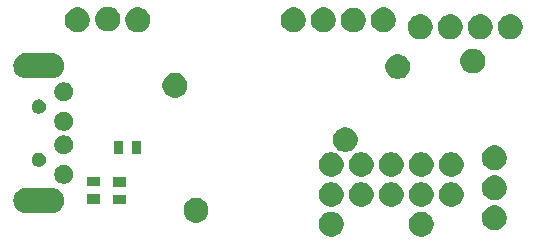
<source format=gbr>
G04 #@! TF.GenerationSoftware,KiCad,Pcbnew,(5.1.5-0-10_14)*
G04 #@! TF.CreationDate,2021-12-27T21:36:10+00:00*
G04 #@! TF.ProjectId,receiver,72656365-6976-4657-922e-6b696361645f,rev?*
G04 #@! TF.SameCoordinates,Original*
G04 #@! TF.FileFunction,Soldermask,Bot*
G04 #@! TF.FilePolarity,Negative*
%FSLAX46Y46*%
G04 Gerber Fmt 4.6, Leading zero omitted, Abs format (unit mm)*
G04 Created by KiCad (PCBNEW (5.1.5-0-10_14)) date 2021-12-27 21:36:10*
%MOMM*%
%LPD*%
G04 APERTURE LIST*
%ADD10C,0.100000*%
G04 APERTURE END LIST*
D10*
G36*
X65486564Y-185709389D02*
G01*
X65653693Y-185778616D01*
X65677835Y-185788616D01*
X65849973Y-185903635D01*
X65996365Y-186050027D01*
X66104704Y-186212167D01*
X66111385Y-186222167D01*
X66190611Y-186413436D01*
X66231000Y-186616484D01*
X66231000Y-186823516D01*
X66190611Y-187026564D01*
X66121832Y-187192611D01*
X66111384Y-187217835D01*
X65996365Y-187389973D01*
X65849973Y-187536365D01*
X65677835Y-187651384D01*
X65677834Y-187651385D01*
X65677833Y-187651385D01*
X65486564Y-187730611D01*
X65283516Y-187771000D01*
X65076484Y-187771000D01*
X64873436Y-187730611D01*
X64682167Y-187651385D01*
X64682166Y-187651385D01*
X64682165Y-187651384D01*
X64510027Y-187536365D01*
X64363635Y-187389973D01*
X64248616Y-187217835D01*
X64238168Y-187192611D01*
X64169389Y-187026564D01*
X64129000Y-186823516D01*
X64129000Y-186616484D01*
X64169389Y-186413436D01*
X64248615Y-186222167D01*
X64255297Y-186212167D01*
X64363635Y-186050027D01*
X64510027Y-185903635D01*
X64682165Y-185788616D01*
X64706307Y-185778616D01*
X64873436Y-185709389D01*
X65076484Y-185669000D01*
X65283516Y-185669000D01*
X65486564Y-185709389D01*
G37*
G36*
X57856564Y-185699389D02*
G01*
X57981164Y-185751000D01*
X58047835Y-185778616D01*
X58219973Y-185893635D01*
X58366365Y-186040027D01*
X58473238Y-186199973D01*
X58481385Y-186212167D01*
X58560611Y-186403436D01*
X58601000Y-186606484D01*
X58601000Y-186813516D01*
X58560611Y-187016564D01*
X58487690Y-187192611D01*
X58481384Y-187207835D01*
X58366365Y-187379973D01*
X58219973Y-187526365D01*
X58047835Y-187641384D01*
X58047834Y-187641385D01*
X58047833Y-187641385D01*
X57856564Y-187720611D01*
X57653516Y-187761000D01*
X57446484Y-187761000D01*
X57243436Y-187720611D01*
X57052167Y-187641385D01*
X57052166Y-187641385D01*
X57052165Y-187641384D01*
X56880027Y-187526365D01*
X56733635Y-187379973D01*
X56618616Y-187207835D01*
X56612310Y-187192611D01*
X56539389Y-187016564D01*
X56499000Y-186813516D01*
X56499000Y-186606484D01*
X56539389Y-186403436D01*
X56618615Y-186212167D01*
X56626763Y-186199973D01*
X56733635Y-186040027D01*
X56880027Y-185893635D01*
X57052165Y-185778616D01*
X57118836Y-185751000D01*
X57243436Y-185699389D01*
X57446484Y-185659000D01*
X57653516Y-185659000D01*
X57856564Y-185699389D01*
G37*
G36*
X71680564Y-185171389D02*
G01*
X71871833Y-185250615D01*
X71871835Y-185250616D01*
X72043973Y-185365635D01*
X72190365Y-185512027D01*
X72299725Y-185675695D01*
X72305385Y-185684167D01*
X72384611Y-185875436D01*
X72425000Y-186078484D01*
X72425000Y-186285516D01*
X72384611Y-186488564D01*
X72335767Y-186606484D01*
X72305384Y-186679835D01*
X72190365Y-186851973D01*
X72043973Y-186998365D01*
X71871835Y-187113384D01*
X71871834Y-187113385D01*
X71871833Y-187113385D01*
X71680564Y-187192611D01*
X71477516Y-187233000D01*
X71270484Y-187233000D01*
X71067436Y-187192611D01*
X70876167Y-187113385D01*
X70876166Y-187113385D01*
X70876165Y-187113384D01*
X70704027Y-186998365D01*
X70557635Y-186851973D01*
X70442616Y-186679835D01*
X70412233Y-186606484D01*
X70363389Y-186488564D01*
X70323000Y-186285516D01*
X70323000Y-186078484D01*
X70363389Y-185875436D01*
X70442615Y-185684167D01*
X70448276Y-185675695D01*
X70557635Y-185512027D01*
X70704027Y-185365635D01*
X70876165Y-185250616D01*
X70876167Y-185250615D01*
X71067436Y-185171389D01*
X71270484Y-185131000D01*
X71477516Y-185131000D01*
X71680564Y-185171389D01*
G37*
G36*
X46406564Y-184519389D02*
G01*
X46597833Y-184598615D01*
X46597835Y-184598616D01*
X46769973Y-184713635D01*
X46916365Y-184860027D01*
X47020827Y-185016365D01*
X47031385Y-185032167D01*
X47110611Y-185223436D01*
X47151000Y-185426484D01*
X47151000Y-185633516D01*
X47110611Y-185836564D01*
X47086971Y-185893635D01*
X47031384Y-186027835D01*
X46916365Y-186199973D01*
X46769973Y-186346365D01*
X46597835Y-186461384D01*
X46597834Y-186461385D01*
X46597833Y-186461385D01*
X46406564Y-186540611D01*
X46203516Y-186581000D01*
X45996484Y-186581000D01*
X45793436Y-186540611D01*
X45602167Y-186461385D01*
X45602166Y-186461385D01*
X45602165Y-186461384D01*
X45430027Y-186346365D01*
X45283635Y-186199973D01*
X45168616Y-186027835D01*
X45113029Y-185893635D01*
X45089389Y-185836564D01*
X45049000Y-185633516D01*
X45049000Y-185426484D01*
X45089389Y-185223436D01*
X45168615Y-185032167D01*
X45179174Y-185016365D01*
X45283635Y-184860027D01*
X45430027Y-184713635D01*
X45602165Y-184598616D01*
X45602167Y-184598615D01*
X45793436Y-184519389D01*
X45996484Y-184479000D01*
X46203516Y-184479000D01*
X46406564Y-184519389D01*
G37*
G36*
X34003097Y-183654069D02*
G01*
X34106032Y-183664207D01*
X34304146Y-183724305D01*
X34304149Y-183724306D01*
X34400975Y-183776061D01*
X34486729Y-183821897D01*
X34646765Y-183953235D01*
X34778103Y-184113271D01*
X34823926Y-184199000D01*
X34875694Y-184295851D01*
X34875695Y-184295854D01*
X34935793Y-184493968D01*
X34956085Y-184700000D01*
X34935793Y-184906032D01*
X34906984Y-185001000D01*
X34875694Y-185104149D01*
X34861136Y-185131385D01*
X34778103Y-185286729D01*
X34646765Y-185446765D01*
X34486729Y-185578103D01*
X34400975Y-185623939D01*
X34304149Y-185675694D01*
X34304146Y-185675695D01*
X34106032Y-185735793D01*
X34003097Y-185745931D01*
X33951631Y-185751000D01*
X31648369Y-185751000D01*
X31596903Y-185745931D01*
X31493968Y-185735793D01*
X31295854Y-185675695D01*
X31295851Y-185675694D01*
X31199025Y-185623939D01*
X31113271Y-185578103D01*
X30953235Y-185446765D01*
X30821897Y-185286729D01*
X30738864Y-185131385D01*
X30724306Y-185104149D01*
X30693016Y-185001000D01*
X30664207Y-184906032D01*
X30643915Y-184700000D01*
X30664207Y-184493968D01*
X30724305Y-184295854D01*
X30724306Y-184295851D01*
X30776074Y-184199000D01*
X30821897Y-184113271D01*
X30953235Y-183953235D01*
X31113271Y-183821897D01*
X31199025Y-183776061D01*
X31295851Y-183724306D01*
X31295854Y-183724305D01*
X31493968Y-183664207D01*
X31596903Y-183654069D01*
X31648369Y-183649000D01*
X33951631Y-183649000D01*
X34003097Y-183654069D01*
G37*
G36*
X68016564Y-183189389D02*
G01*
X68207833Y-183268615D01*
X68207835Y-183268616D01*
X68307838Y-183335436D01*
X68379973Y-183383635D01*
X68526365Y-183530027D01*
X68641385Y-183702167D01*
X68720611Y-183893436D01*
X68761000Y-184096484D01*
X68761000Y-184303516D01*
X68720611Y-184506564D01*
X68643387Y-184693000D01*
X68641384Y-184697835D01*
X68526365Y-184869973D01*
X68379973Y-185016365D01*
X68207835Y-185131384D01*
X68207834Y-185131385D01*
X68207833Y-185131385D01*
X68016564Y-185210611D01*
X67813516Y-185251000D01*
X67606484Y-185251000D01*
X67403436Y-185210611D01*
X67212167Y-185131385D01*
X67212166Y-185131385D01*
X67212165Y-185131384D01*
X67040027Y-185016365D01*
X66893635Y-184869973D01*
X66778616Y-184697835D01*
X66776613Y-184693000D01*
X66699389Y-184506564D01*
X66659000Y-184303516D01*
X66659000Y-184096484D01*
X66699389Y-183893436D01*
X66778615Y-183702167D01*
X66893635Y-183530027D01*
X67040027Y-183383635D01*
X67112162Y-183335436D01*
X67212165Y-183268616D01*
X67212167Y-183268615D01*
X67403436Y-183189389D01*
X67606484Y-183149000D01*
X67813516Y-183149000D01*
X68016564Y-183189389D01*
G37*
G36*
X65476564Y-183189389D02*
G01*
X65667833Y-183268615D01*
X65667835Y-183268616D01*
X65767838Y-183335436D01*
X65839973Y-183383635D01*
X65986365Y-183530027D01*
X66101385Y-183702167D01*
X66180611Y-183893436D01*
X66221000Y-184096484D01*
X66221000Y-184303516D01*
X66180611Y-184506564D01*
X66103387Y-184693000D01*
X66101384Y-184697835D01*
X65986365Y-184869973D01*
X65839973Y-185016365D01*
X65667835Y-185131384D01*
X65667834Y-185131385D01*
X65667833Y-185131385D01*
X65476564Y-185210611D01*
X65273516Y-185251000D01*
X65066484Y-185251000D01*
X64863436Y-185210611D01*
X64672167Y-185131385D01*
X64672166Y-185131385D01*
X64672165Y-185131384D01*
X64500027Y-185016365D01*
X64353635Y-184869973D01*
X64238616Y-184697835D01*
X64236613Y-184693000D01*
X64159389Y-184506564D01*
X64119000Y-184303516D01*
X64119000Y-184096484D01*
X64159389Y-183893436D01*
X64238615Y-183702167D01*
X64353635Y-183530027D01*
X64500027Y-183383635D01*
X64572162Y-183335436D01*
X64672165Y-183268616D01*
X64672167Y-183268615D01*
X64863436Y-183189389D01*
X65066484Y-183149000D01*
X65273516Y-183149000D01*
X65476564Y-183189389D01*
G37*
G36*
X62936564Y-183189389D02*
G01*
X63127833Y-183268615D01*
X63127835Y-183268616D01*
X63227838Y-183335436D01*
X63299973Y-183383635D01*
X63446365Y-183530027D01*
X63561385Y-183702167D01*
X63640611Y-183893436D01*
X63681000Y-184096484D01*
X63681000Y-184303516D01*
X63640611Y-184506564D01*
X63563387Y-184693000D01*
X63561384Y-184697835D01*
X63446365Y-184869973D01*
X63299973Y-185016365D01*
X63127835Y-185131384D01*
X63127834Y-185131385D01*
X63127833Y-185131385D01*
X62936564Y-185210611D01*
X62733516Y-185251000D01*
X62526484Y-185251000D01*
X62323436Y-185210611D01*
X62132167Y-185131385D01*
X62132166Y-185131385D01*
X62132165Y-185131384D01*
X61960027Y-185016365D01*
X61813635Y-184869973D01*
X61698616Y-184697835D01*
X61696613Y-184693000D01*
X61619389Y-184506564D01*
X61579000Y-184303516D01*
X61579000Y-184096484D01*
X61619389Y-183893436D01*
X61698615Y-183702167D01*
X61813635Y-183530027D01*
X61960027Y-183383635D01*
X62032162Y-183335436D01*
X62132165Y-183268616D01*
X62132167Y-183268615D01*
X62323436Y-183189389D01*
X62526484Y-183149000D01*
X62733516Y-183149000D01*
X62936564Y-183189389D01*
G37*
G36*
X60396564Y-183189389D02*
G01*
X60587833Y-183268615D01*
X60587835Y-183268616D01*
X60687838Y-183335436D01*
X60759973Y-183383635D01*
X60906365Y-183530027D01*
X61021385Y-183702167D01*
X61100611Y-183893436D01*
X61141000Y-184096484D01*
X61141000Y-184303516D01*
X61100611Y-184506564D01*
X61023387Y-184693000D01*
X61021384Y-184697835D01*
X60906365Y-184869973D01*
X60759973Y-185016365D01*
X60587835Y-185131384D01*
X60587834Y-185131385D01*
X60587833Y-185131385D01*
X60396564Y-185210611D01*
X60193516Y-185251000D01*
X59986484Y-185251000D01*
X59783436Y-185210611D01*
X59592167Y-185131385D01*
X59592166Y-185131385D01*
X59592165Y-185131384D01*
X59420027Y-185016365D01*
X59273635Y-184869973D01*
X59158616Y-184697835D01*
X59156613Y-184693000D01*
X59079389Y-184506564D01*
X59039000Y-184303516D01*
X59039000Y-184096484D01*
X59079389Y-183893436D01*
X59158615Y-183702167D01*
X59273635Y-183530027D01*
X59420027Y-183383635D01*
X59492162Y-183335436D01*
X59592165Y-183268616D01*
X59592167Y-183268615D01*
X59783436Y-183189389D01*
X59986484Y-183149000D01*
X60193516Y-183149000D01*
X60396564Y-183189389D01*
G37*
G36*
X57856564Y-183189389D02*
G01*
X58047833Y-183268615D01*
X58047835Y-183268616D01*
X58147838Y-183335436D01*
X58219973Y-183383635D01*
X58366365Y-183530027D01*
X58481385Y-183702167D01*
X58560611Y-183893436D01*
X58601000Y-184096484D01*
X58601000Y-184303516D01*
X58560611Y-184506564D01*
X58483387Y-184693000D01*
X58481384Y-184697835D01*
X58366365Y-184869973D01*
X58219973Y-185016365D01*
X58047835Y-185131384D01*
X58047834Y-185131385D01*
X58047833Y-185131385D01*
X57856564Y-185210611D01*
X57653516Y-185251000D01*
X57446484Y-185251000D01*
X57243436Y-185210611D01*
X57052167Y-185131385D01*
X57052166Y-185131385D01*
X57052165Y-185131384D01*
X56880027Y-185016365D01*
X56733635Y-184869973D01*
X56618616Y-184697835D01*
X56616613Y-184693000D01*
X56539389Y-184506564D01*
X56499000Y-184303516D01*
X56499000Y-184096484D01*
X56539389Y-183893436D01*
X56618615Y-183702167D01*
X56733635Y-183530027D01*
X56880027Y-183383635D01*
X56952162Y-183335436D01*
X57052165Y-183268616D01*
X57052167Y-183268615D01*
X57243436Y-183189389D01*
X57446484Y-183149000D01*
X57653516Y-183149000D01*
X57856564Y-183189389D01*
G37*
G36*
X40175000Y-185035000D02*
G01*
X39073000Y-185035000D01*
X39073000Y-184233000D01*
X40175000Y-184233000D01*
X40175000Y-185035000D01*
G37*
G36*
X38001000Y-185001000D02*
G01*
X36899000Y-185001000D01*
X36899000Y-184199000D01*
X38001000Y-184199000D01*
X38001000Y-185001000D01*
G37*
G36*
X71680564Y-182631389D02*
G01*
X71871833Y-182710615D01*
X71871835Y-182710616D01*
X72043973Y-182825635D01*
X72190365Y-182972027D01*
X72290693Y-183122178D01*
X72305385Y-183144167D01*
X72384611Y-183335436D01*
X72425000Y-183538484D01*
X72425000Y-183745516D01*
X72384611Y-183948564D01*
X72323340Y-184096486D01*
X72305384Y-184139835D01*
X72190365Y-184311973D01*
X72043973Y-184458365D01*
X71871835Y-184573384D01*
X71871834Y-184573385D01*
X71871833Y-184573385D01*
X71680564Y-184652611D01*
X71477516Y-184693000D01*
X71270484Y-184693000D01*
X71067436Y-184652611D01*
X70876167Y-184573385D01*
X70876166Y-184573385D01*
X70876165Y-184573384D01*
X70704027Y-184458365D01*
X70557635Y-184311973D01*
X70442616Y-184139835D01*
X70424660Y-184096486D01*
X70363389Y-183948564D01*
X70323000Y-183745516D01*
X70323000Y-183538484D01*
X70363389Y-183335436D01*
X70442615Y-183144167D01*
X70457308Y-183122178D01*
X70557635Y-182972027D01*
X70704027Y-182825635D01*
X70876165Y-182710616D01*
X70876167Y-182710615D01*
X71067436Y-182631389D01*
X71270484Y-182591000D01*
X71477516Y-182591000D01*
X71680564Y-182631389D01*
G37*
G36*
X40175000Y-183535000D02*
G01*
X39073000Y-183535000D01*
X39073000Y-182733000D01*
X40175000Y-182733000D01*
X40175000Y-183535000D01*
G37*
G36*
X38001000Y-183501000D02*
G01*
X36899000Y-183501000D01*
X36899000Y-182699000D01*
X38001000Y-182699000D01*
X38001000Y-183501000D01*
G37*
G36*
X35133642Y-181729781D02*
G01*
X35279414Y-181790162D01*
X35279416Y-181790163D01*
X35410608Y-181877822D01*
X35522178Y-181989392D01*
X35609837Y-182120584D01*
X35609838Y-182120586D01*
X35670219Y-182266358D01*
X35701000Y-182421107D01*
X35701000Y-182578893D01*
X35670219Y-182733642D01*
X35632114Y-182825635D01*
X35609837Y-182879416D01*
X35522178Y-183010608D01*
X35410608Y-183122178D01*
X35279416Y-183209837D01*
X35279415Y-183209838D01*
X35279414Y-183209838D01*
X35133642Y-183270219D01*
X34978893Y-183301000D01*
X34821107Y-183301000D01*
X34666358Y-183270219D01*
X34520586Y-183209838D01*
X34520585Y-183209838D01*
X34520584Y-183209837D01*
X34389392Y-183122178D01*
X34277822Y-183010608D01*
X34190163Y-182879416D01*
X34167886Y-182825635D01*
X34129781Y-182733642D01*
X34099000Y-182578893D01*
X34099000Y-182421107D01*
X34129781Y-182266358D01*
X34190162Y-182120586D01*
X34190163Y-182120584D01*
X34277822Y-181989392D01*
X34389392Y-181877822D01*
X34520584Y-181790163D01*
X34520586Y-181790162D01*
X34666358Y-181729781D01*
X34821107Y-181699000D01*
X34978893Y-181699000D01*
X35133642Y-181729781D01*
G37*
G36*
X57856564Y-180649389D02*
G01*
X58047833Y-180728615D01*
X58047835Y-180728616D01*
X58147838Y-180795436D01*
X58219973Y-180843635D01*
X58366365Y-180990027D01*
X58481385Y-181162167D01*
X58560611Y-181353436D01*
X58601000Y-181556484D01*
X58601000Y-181763516D01*
X58560611Y-181966564D01*
X58496814Y-182120584D01*
X58481384Y-182157835D01*
X58366365Y-182329973D01*
X58219973Y-182476365D01*
X58047835Y-182591384D01*
X58047834Y-182591385D01*
X58047833Y-182591385D01*
X57856564Y-182670611D01*
X57653516Y-182711000D01*
X57446484Y-182711000D01*
X57243436Y-182670611D01*
X57052167Y-182591385D01*
X57052166Y-182591385D01*
X57052165Y-182591384D01*
X56880027Y-182476365D01*
X56733635Y-182329973D01*
X56618616Y-182157835D01*
X56603186Y-182120584D01*
X56539389Y-181966564D01*
X56499000Y-181763516D01*
X56499000Y-181556484D01*
X56539389Y-181353436D01*
X56618615Y-181162167D01*
X56733635Y-180990027D01*
X56880027Y-180843635D01*
X56952162Y-180795436D01*
X57052165Y-180728616D01*
X57052167Y-180728615D01*
X57243436Y-180649389D01*
X57446484Y-180609000D01*
X57653516Y-180609000D01*
X57856564Y-180649389D01*
G37*
G36*
X60396564Y-180649389D02*
G01*
X60587833Y-180728615D01*
X60587835Y-180728616D01*
X60687838Y-180795436D01*
X60759973Y-180843635D01*
X60906365Y-180990027D01*
X61021385Y-181162167D01*
X61100611Y-181353436D01*
X61141000Y-181556484D01*
X61141000Y-181763516D01*
X61100611Y-181966564D01*
X61036814Y-182120584D01*
X61021384Y-182157835D01*
X60906365Y-182329973D01*
X60759973Y-182476365D01*
X60587835Y-182591384D01*
X60587834Y-182591385D01*
X60587833Y-182591385D01*
X60396564Y-182670611D01*
X60193516Y-182711000D01*
X59986484Y-182711000D01*
X59783436Y-182670611D01*
X59592167Y-182591385D01*
X59592166Y-182591385D01*
X59592165Y-182591384D01*
X59420027Y-182476365D01*
X59273635Y-182329973D01*
X59158616Y-182157835D01*
X59143186Y-182120584D01*
X59079389Y-181966564D01*
X59039000Y-181763516D01*
X59039000Y-181556484D01*
X59079389Y-181353436D01*
X59158615Y-181162167D01*
X59273635Y-180990027D01*
X59420027Y-180843635D01*
X59492162Y-180795436D01*
X59592165Y-180728616D01*
X59592167Y-180728615D01*
X59783436Y-180649389D01*
X59986484Y-180609000D01*
X60193516Y-180609000D01*
X60396564Y-180649389D01*
G37*
G36*
X62936564Y-180649389D02*
G01*
X63127833Y-180728615D01*
X63127835Y-180728616D01*
X63227838Y-180795436D01*
X63299973Y-180843635D01*
X63446365Y-180990027D01*
X63561385Y-181162167D01*
X63640611Y-181353436D01*
X63681000Y-181556484D01*
X63681000Y-181763516D01*
X63640611Y-181966564D01*
X63576814Y-182120584D01*
X63561384Y-182157835D01*
X63446365Y-182329973D01*
X63299973Y-182476365D01*
X63127835Y-182591384D01*
X63127834Y-182591385D01*
X63127833Y-182591385D01*
X62936564Y-182670611D01*
X62733516Y-182711000D01*
X62526484Y-182711000D01*
X62323436Y-182670611D01*
X62132167Y-182591385D01*
X62132166Y-182591385D01*
X62132165Y-182591384D01*
X61960027Y-182476365D01*
X61813635Y-182329973D01*
X61698616Y-182157835D01*
X61683186Y-182120584D01*
X61619389Y-181966564D01*
X61579000Y-181763516D01*
X61579000Y-181556484D01*
X61619389Y-181353436D01*
X61698615Y-181162167D01*
X61813635Y-180990027D01*
X61960027Y-180843635D01*
X62032162Y-180795436D01*
X62132165Y-180728616D01*
X62132167Y-180728615D01*
X62323436Y-180649389D01*
X62526484Y-180609000D01*
X62733516Y-180609000D01*
X62936564Y-180649389D01*
G37*
G36*
X65476564Y-180649389D02*
G01*
X65667833Y-180728615D01*
X65667835Y-180728616D01*
X65767838Y-180795436D01*
X65839973Y-180843635D01*
X65986365Y-180990027D01*
X66101385Y-181162167D01*
X66180611Y-181353436D01*
X66221000Y-181556484D01*
X66221000Y-181763516D01*
X66180611Y-181966564D01*
X66116814Y-182120584D01*
X66101384Y-182157835D01*
X65986365Y-182329973D01*
X65839973Y-182476365D01*
X65667835Y-182591384D01*
X65667834Y-182591385D01*
X65667833Y-182591385D01*
X65476564Y-182670611D01*
X65273516Y-182711000D01*
X65066484Y-182711000D01*
X64863436Y-182670611D01*
X64672167Y-182591385D01*
X64672166Y-182591385D01*
X64672165Y-182591384D01*
X64500027Y-182476365D01*
X64353635Y-182329973D01*
X64238616Y-182157835D01*
X64223186Y-182120584D01*
X64159389Y-181966564D01*
X64119000Y-181763516D01*
X64119000Y-181556484D01*
X64159389Y-181353436D01*
X64238615Y-181162167D01*
X64353635Y-180990027D01*
X64500027Y-180843635D01*
X64572162Y-180795436D01*
X64672165Y-180728616D01*
X64672167Y-180728615D01*
X64863436Y-180649389D01*
X65066484Y-180609000D01*
X65273516Y-180609000D01*
X65476564Y-180649389D01*
G37*
G36*
X68016564Y-180649389D02*
G01*
X68207833Y-180728615D01*
X68207835Y-180728616D01*
X68307838Y-180795436D01*
X68379973Y-180843635D01*
X68526365Y-180990027D01*
X68641385Y-181162167D01*
X68720611Y-181353436D01*
X68761000Y-181556484D01*
X68761000Y-181763516D01*
X68720611Y-181966564D01*
X68656814Y-182120584D01*
X68641384Y-182157835D01*
X68526365Y-182329973D01*
X68379973Y-182476365D01*
X68207835Y-182591384D01*
X68207834Y-182591385D01*
X68207833Y-182591385D01*
X68016564Y-182670611D01*
X67813516Y-182711000D01*
X67606484Y-182711000D01*
X67403436Y-182670611D01*
X67212167Y-182591385D01*
X67212166Y-182591385D01*
X67212165Y-182591384D01*
X67040027Y-182476365D01*
X66893635Y-182329973D01*
X66778616Y-182157835D01*
X66763186Y-182120584D01*
X66699389Y-181966564D01*
X66659000Y-181763516D01*
X66659000Y-181556484D01*
X66699389Y-181353436D01*
X66778615Y-181162167D01*
X66893635Y-180990027D01*
X67040027Y-180843635D01*
X67112162Y-180795436D01*
X67212165Y-180728616D01*
X67212167Y-180728615D01*
X67403436Y-180649389D01*
X67606484Y-180609000D01*
X67813516Y-180609000D01*
X68016564Y-180649389D01*
G37*
G36*
X71680564Y-180091389D02*
G01*
X71871833Y-180170615D01*
X71871835Y-180170616D01*
X72043973Y-180285635D01*
X72190365Y-180432027D01*
X72242871Y-180510607D01*
X72305385Y-180604167D01*
X72384611Y-180795436D01*
X72425000Y-180998484D01*
X72425000Y-181205516D01*
X72384611Y-181408564D01*
X72323340Y-181556486D01*
X72305384Y-181599835D01*
X72190365Y-181771973D01*
X72043973Y-181918365D01*
X71871835Y-182033384D01*
X71871834Y-182033385D01*
X71871833Y-182033385D01*
X71680564Y-182112611D01*
X71477516Y-182153000D01*
X71270484Y-182153000D01*
X71067436Y-182112611D01*
X70876167Y-182033385D01*
X70876166Y-182033385D01*
X70876165Y-182033384D01*
X70704027Y-181918365D01*
X70557635Y-181771973D01*
X70442616Y-181599835D01*
X70424660Y-181556486D01*
X70363389Y-181408564D01*
X70323000Y-181205516D01*
X70323000Y-180998484D01*
X70363389Y-180795436D01*
X70442615Y-180604167D01*
X70505130Y-180510607D01*
X70557635Y-180432027D01*
X70704027Y-180285635D01*
X70876165Y-180170616D01*
X70876167Y-180170615D01*
X71067436Y-180091389D01*
X71270484Y-180051000D01*
X71477516Y-180051000D01*
X71680564Y-180091389D01*
G37*
G36*
X32936601Y-180664397D02*
G01*
X32975305Y-180672096D01*
X33007340Y-180685365D01*
X33084680Y-180717400D01*
X33183115Y-180783173D01*
X33266827Y-180866885D01*
X33332600Y-180965320D01*
X33377904Y-181074696D01*
X33401000Y-181190805D01*
X33401000Y-181309195D01*
X33377904Y-181425304D01*
X33332600Y-181534680D01*
X33266827Y-181633115D01*
X33183115Y-181716827D01*
X33084680Y-181782600D01*
X33007340Y-181814635D01*
X32975305Y-181827904D01*
X32936601Y-181835603D01*
X32859195Y-181851000D01*
X32740805Y-181851000D01*
X32663399Y-181835603D01*
X32624695Y-181827904D01*
X32592660Y-181814635D01*
X32515320Y-181782600D01*
X32416885Y-181716827D01*
X32333173Y-181633115D01*
X32267400Y-181534680D01*
X32222096Y-181425304D01*
X32199000Y-181309195D01*
X32199000Y-181190805D01*
X32222096Y-181074696D01*
X32267400Y-180965320D01*
X32333173Y-180866885D01*
X32416885Y-180783173D01*
X32515320Y-180717400D01*
X32592660Y-180685365D01*
X32624695Y-180672096D01*
X32663399Y-180664397D01*
X32740805Y-180649000D01*
X32859195Y-180649000D01*
X32936601Y-180664397D01*
G37*
G36*
X41451000Y-180801000D02*
G01*
X40649000Y-180801000D01*
X40649000Y-179699000D01*
X41451000Y-179699000D01*
X41451000Y-180801000D01*
G37*
G36*
X39951000Y-180801000D02*
G01*
X39149000Y-180801000D01*
X39149000Y-179699000D01*
X39951000Y-179699000D01*
X39951000Y-180801000D01*
G37*
G36*
X35133642Y-179229781D02*
G01*
X35279414Y-179290162D01*
X35279416Y-179290163D01*
X35410608Y-179377822D01*
X35522178Y-179489392D01*
X35609837Y-179620584D01*
X35609838Y-179620586D01*
X35670219Y-179766358D01*
X35701000Y-179921107D01*
X35701000Y-180078893D01*
X35670219Y-180233642D01*
X35615243Y-180366365D01*
X35609837Y-180379416D01*
X35522178Y-180510608D01*
X35410608Y-180622178D01*
X35279416Y-180709837D01*
X35279415Y-180709838D01*
X35279414Y-180709838D01*
X35133642Y-180770219D01*
X34978893Y-180801000D01*
X34821107Y-180801000D01*
X34666358Y-180770219D01*
X34520586Y-180709838D01*
X34520585Y-180709838D01*
X34520584Y-180709837D01*
X34389392Y-180622178D01*
X34277822Y-180510608D01*
X34190163Y-180379416D01*
X34184757Y-180366365D01*
X34129781Y-180233642D01*
X34099000Y-180078893D01*
X34099000Y-179921107D01*
X34129781Y-179766358D01*
X34190162Y-179620586D01*
X34190163Y-179620584D01*
X34277822Y-179489392D01*
X34389392Y-179377822D01*
X34520584Y-179290163D01*
X34520586Y-179290162D01*
X34666358Y-179229781D01*
X34821107Y-179199000D01*
X34978893Y-179199000D01*
X35133642Y-179229781D01*
G37*
G36*
X59046564Y-178539389D02*
G01*
X59237833Y-178618615D01*
X59237835Y-178618616D01*
X59374357Y-178709837D01*
X59409973Y-178733635D01*
X59556365Y-178880027D01*
X59671385Y-179052167D01*
X59750611Y-179243436D01*
X59791000Y-179446484D01*
X59791000Y-179653516D01*
X59750611Y-179856564D01*
X59723876Y-179921107D01*
X59671384Y-180047835D01*
X59556365Y-180219973D01*
X59409973Y-180366365D01*
X59237835Y-180481384D01*
X59237834Y-180481385D01*
X59237833Y-180481385D01*
X59046564Y-180560611D01*
X58843516Y-180601000D01*
X58636484Y-180601000D01*
X58433436Y-180560611D01*
X58242167Y-180481385D01*
X58242166Y-180481385D01*
X58242165Y-180481384D01*
X58070027Y-180366365D01*
X57923635Y-180219973D01*
X57808616Y-180047835D01*
X57756124Y-179921107D01*
X57729389Y-179856564D01*
X57689000Y-179653516D01*
X57689000Y-179446484D01*
X57729389Y-179243436D01*
X57808615Y-179052167D01*
X57923635Y-178880027D01*
X58070027Y-178733635D01*
X58105643Y-178709837D01*
X58242165Y-178618616D01*
X58242167Y-178618615D01*
X58433436Y-178539389D01*
X58636484Y-178499000D01*
X58843516Y-178499000D01*
X59046564Y-178539389D01*
G37*
G36*
X35133642Y-177229781D02*
G01*
X35279414Y-177290162D01*
X35279416Y-177290163D01*
X35410608Y-177377822D01*
X35522178Y-177489392D01*
X35609837Y-177620584D01*
X35609838Y-177620586D01*
X35670219Y-177766358D01*
X35701000Y-177921107D01*
X35701000Y-178078893D01*
X35670219Y-178233642D01*
X35609838Y-178379414D01*
X35609837Y-178379416D01*
X35522178Y-178510608D01*
X35410608Y-178622178D01*
X35279416Y-178709837D01*
X35279415Y-178709838D01*
X35279414Y-178709838D01*
X35133642Y-178770219D01*
X34978893Y-178801000D01*
X34821107Y-178801000D01*
X34666358Y-178770219D01*
X34520586Y-178709838D01*
X34520585Y-178709838D01*
X34520584Y-178709837D01*
X34389392Y-178622178D01*
X34277822Y-178510608D01*
X34190163Y-178379416D01*
X34190162Y-178379414D01*
X34129781Y-178233642D01*
X34099000Y-178078893D01*
X34099000Y-177921107D01*
X34129781Y-177766358D01*
X34190162Y-177620586D01*
X34190163Y-177620584D01*
X34277822Y-177489392D01*
X34389392Y-177377822D01*
X34520584Y-177290163D01*
X34520586Y-177290162D01*
X34666358Y-177229781D01*
X34821107Y-177199000D01*
X34978893Y-177199000D01*
X35133642Y-177229781D01*
G37*
G36*
X32936601Y-176164397D02*
G01*
X32975305Y-176172096D01*
X33007340Y-176185365D01*
X33084680Y-176217400D01*
X33183115Y-176283173D01*
X33266827Y-176366885D01*
X33332600Y-176465320D01*
X33377904Y-176574696D01*
X33401000Y-176690805D01*
X33401000Y-176809195D01*
X33377904Y-176925304D01*
X33332600Y-177034680D01*
X33266827Y-177133115D01*
X33183115Y-177216827D01*
X33084680Y-177282600D01*
X33007340Y-177314635D01*
X32975305Y-177327904D01*
X32936601Y-177335603D01*
X32859195Y-177351000D01*
X32740805Y-177351000D01*
X32663399Y-177335603D01*
X32624695Y-177327904D01*
X32592660Y-177314635D01*
X32515320Y-177282600D01*
X32416885Y-177216827D01*
X32333173Y-177133115D01*
X32267400Y-177034680D01*
X32222096Y-176925304D01*
X32199000Y-176809195D01*
X32199000Y-176690805D01*
X32222096Y-176574696D01*
X32267400Y-176465320D01*
X32333173Y-176366885D01*
X32416885Y-176283173D01*
X32515320Y-176217400D01*
X32592660Y-176185365D01*
X32624695Y-176172096D01*
X32663399Y-176164397D01*
X32740805Y-176149000D01*
X32859195Y-176149000D01*
X32936601Y-176164397D01*
G37*
G36*
X35133642Y-174729781D02*
G01*
X35279414Y-174790162D01*
X35279416Y-174790163D01*
X35410608Y-174877822D01*
X35522178Y-174989392D01*
X35578386Y-175073514D01*
X35609838Y-175120586D01*
X35670219Y-175266358D01*
X35701000Y-175421107D01*
X35701000Y-175578893D01*
X35670219Y-175733642D01*
X35648380Y-175786365D01*
X35609837Y-175879416D01*
X35522178Y-176010608D01*
X35410608Y-176122178D01*
X35279416Y-176209837D01*
X35279415Y-176209838D01*
X35279414Y-176209838D01*
X35133642Y-176270219D01*
X34978893Y-176301000D01*
X34821107Y-176301000D01*
X34666358Y-176270219D01*
X34520586Y-176209838D01*
X34520585Y-176209838D01*
X34520584Y-176209837D01*
X34389392Y-176122178D01*
X34277822Y-176010608D01*
X34190163Y-175879416D01*
X34151620Y-175786365D01*
X34129781Y-175733642D01*
X34099000Y-175578893D01*
X34099000Y-175421107D01*
X34129781Y-175266358D01*
X34190162Y-175120586D01*
X34221614Y-175073514D01*
X34277822Y-174989392D01*
X34389392Y-174877822D01*
X34520584Y-174790163D01*
X34520586Y-174790162D01*
X34666358Y-174729781D01*
X34821107Y-174699000D01*
X34978893Y-174699000D01*
X35133642Y-174729781D01*
G37*
G36*
X44626564Y-173959389D02*
G01*
X44817833Y-174038615D01*
X44817835Y-174038616D01*
X44989973Y-174153635D01*
X45136365Y-174300027D01*
X45217197Y-174421000D01*
X45251385Y-174472167D01*
X45330611Y-174663436D01*
X45371000Y-174866484D01*
X45371000Y-175073516D01*
X45330611Y-175276564D01*
X45270739Y-175421107D01*
X45251384Y-175467835D01*
X45136365Y-175639973D01*
X44989973Y-175786365D01*
X44817835Y-175901384D01*
X44817834Y-175901385D01*
X44817833Y-175901385D01*
X44626564Y-175980611D01*
X44423516Y-176021000D01*
X44216484Y-176021000D01*
X44013436Y-175980611D01*
X43822167Y-175901385D01*
X43822166Y-175901385D01*
X43822165Y-175901384D01*
X43650027Y-175786365D01*
X43503635Y-175639973D01*
X43388616Y-175467835D01*
X43369261Y-175421107D01*
X43309389Y-175276564D01*
X43269000Y-175073516D01*
X43269000Y-174866484D01*
X43309389Y-174663436D01*
X43388615Y-174472167D01*
X43422804Y-174421000D01*
X43503635Y-174300027D01*
X43650027Y-174153635D01*
X43822165Y-174038616D01*
X43822167Y-174038615D01*
X44013436Y-173959389D01*
X44216484Y-173919000D01*
X44423516Y-173919000D01*
X44626564Y-173959389D01*
G37*
G36*
X63486564Y-172359389D02*
G01*
X63677833Y-172438615D01*
X63677835Y-172438616D01*
X63849973Y-172553635D01*
X63996365Y-172700027D01*
X64060816Y-172796484D01*
X64111385Y-172872167D01*
X64190611Y-173063436D01*
X64231000Y-173266484D01*
X64231000Y-173473516D01*
X64190611Y-173676564D01*
X64126482Y-173831385D01*
X64111384Y-173867835D01*
X63996365Y-174039973D01*
X63849973Y-174186365D01*
X63677835Y-174301384D01*
X63677834Y-174301385D01*
X63677833Y-174301385D01*
X63486564Y-174380611D01*
X63283516Y-174421000D01*
X63076484Y-174421000D01*
X62873436Y-174380611D01*
X62682167Y-174301385D01*
X62682166Y-174301385D01*
X62682165Y-174301384D01*
X62510027Y-174186365D01*
X62363635Y-174039973D01*
X62248616Y-173867835D01*
X62233518Y-173831385D01*
X62169389Y-173676564D01*
X62129000Y-173473516D01*
X62129000Y-173266484D01*
X62169389Y-173063436D01*
X62248615Y-172872167D01*
X62299185Y-172796484D01*
X62363635Y-172700027D01*
X62510027Y-172553635D01*
X62682165Y-172438616D01*
X62682167Y-172438615D01*
X62873436Y-172359389D01*
X63076484Y-172319000D01*
X63283516Y-172319000D01*
X63486564Y-172359389D01*
G37*
G36*
X34003097Y-172254069D02*
G01*
X34106032Y-172264207D01*
X34286658Y-172319000D01*
X34304149Y-172324306D01*
X34369784Y-172359389D01*
X34486729Y-172421897D01*
X34646765Y-172553235D01*
X34778103Y-172713271D01*
X34822581Y-172796484D01*
X34875694Y-172895851D01*
X34875695Y-172895854D01*
X34935793Y-173093968D01*
X34956085Y-173300000D01*
X34935793Y-173506032D01*
X34916396Y-173569973D01*
X34875694Y-173704149D01*
X34869164Y-173716365D01*
X34778103Y-173886729D01*
X34646765Y-174046765D01*
X34486729Y-174178103D01*
X34400975Y-174223939D01*
X34304149Y-174275694D01*
X34304146Y-174275695D01*
X34106032Y-174335793D01*
X34003097Y-174345931D01*
X33951631Y-174351000D01*
X31648369Y-174351000D01*
X31596903Y-174345931D01*
X31493968Y-174335793D01*
X31295854Y-174275695D01*
X31295851Y-174275694D01*
X31199025Y-174223939D01*
X31113271Y-174178103D01*
X30953235Y-174046765D01*
X30821897Y-173886729D01*
X30730836Y-173716365D01*
X30724306Y-173704149D01*
X30683604Y-173569973D01*
X30664207Y-173506032D01*
X30643915Y-173300000D01*
X30664207Y-173093968D01*
X30724305Y-172895854D01*
X30724306Y-172895851D01*
X30777419Y-172796484D01*
X30821897Y-172713271D01*
X30953235Y-172553235D01*
X31113271Y-172421897D01*
X31230216Y-172359389D01*
X31295851Y-172324306D01*
X31313342Y-172319000D01*
X31493968Y-172264207D01*
X31596903Y-172254069D01*
X31648369Y-172249000D01*
X33951631Y-172249000D01*
X34003097Y-172254069D01*
G37*
G36*
X69846564Y-171889389D02*
G01*
X70037833Y-171968615D01*
X70037835Y-171968616D01*
X70209973Y-172083635D01*
X70356365Y-172230027D01*
X70442803Y-172359390D01*
X70471385Y-172402167D01*
X70550611Y-172593436D01*
X70591000Y-172796484D01*
X70591000Y-173003516D01*
X70550611Y-173206564D01*
X70471385Y-173397833D01*
X70471384Y-173397835D01*
X70356365Y-173569973D01*
X70209973Y-173716365D01*
X70037835Y-173831384D01*
X70037834Y-173831385D01*
X70037833Y-173831385D01*
X69846564Y-173910611D01*
X69643516Y-173951000D01*
X69436484Y-173951000D01*
X69233436Y-173910611D01*
X69042167Y-173831385D01*
X69042166Y-173831385D01*
X69042165Y-173831384D01*
X68870027Y-173716365D01*
X68723635Y-173569973D01*
X68608616Y-173397835D01*
X68608615Y-173397833D01*
X68529389Y-173206564D01*
X68489000Y-173003516D01*
X68489000Y-172796484D01*
X68529389Y-172593436D01*
X68608615Y-172402167D01*
X68637198Y-172359390D01*
X68723635Y-172230027D01*
X68870027Y-172083635D01*
X69042165Y-171968616D01*
X69042167Y-171968615D01*
X69233436Y-171889389D01*
X69436484Y-171849000D01*
X69643516Y-171849000D01*
X69846564Y-171889389D01*
G37*
G36*
X65406564Y-168989389D02*
G01*
X65597833Y-169068615D01*
X65597835Y-169068616D01*
X65769973Y-169183635D01*
X65916365Y-169330027D01*
X65992195Y-169443514D01*
X66031385Y-169502167D01*
X66110611Y-169693436D01*
X66151000Y-169896484D01*
X66151000Y-170103516D01*
X66110611Y-170306564D01*
X66038357Y-170481000D01*
X66031384Y-170497835D01*
X65916365Y-170669973D01*
X65769973Y-170816365D01*
X65597835Y-170931384D01*
X65597834Y-170931385D01*
X65597833Y-170931385D01*
X65406564Y-171010611D01*
X65203516Y-171051000D01*
X64996484Y-171051000D01*
X64793436Y-171010611D01*
X64602167Y-170931385D01*
X64602166Y-170931385D01*
X64602165Y-170931384D01*
X64430027Y-170816365D01*
X64283635Y-170669973D01*
X64168616Y-170497835D01*
X64161643Y-170481000D01*
X64089389Y-170306564D01*
X64049000Y-170103516D01*
X64049000Y-169896484D01*
X64089389Y-169693436D01*
X64168615Y-169502167D01*
X64207806Y-169443514D01*
X64283635Y-169330027D01*
X64430027Y-169183635D01*
X64602165Y-169068616D01*
X64602167Y-169068615D01*
X64793436Y-168989389D01*
X64996484Y-168949000D01*
X65203516Y-168949000D01*
X65406564Y-168989389D01*
G37*
G36*
X67946564Y-168989389D02*
G01*
X68137833Y-169068615D01*
X68137835Y-169068616D01*
X68309973Y-169183635D01*
X68456365Y-169330027D01*
X68532195Y-169443514D01*
X68571385Y-169502167D01*
X68650611Y-169693436D01*
X68691000Y-169896484D01*
X68691000Y-170103516D01*
X68650611Y-170306564D01*
X68578357Y-170481000D01*
X68571384Y-170497835D01*
X68456365Y-170669973D01*
X68309973Y-170816365D01*
X68137835Y-170931384D01*
X68137834Y-170931385D01*
X68137833Y-170931385D01*
X67946564Y-171010611D01*
X67743516Y-171051000D01*
X67536484Y-171051000D01*
X67333436Y-171010611D01*
X67142167Y-170931385D01*
X67142166Y-170931385D01*
X67142165Y-170931384D01*
X66970027Y-170816365D01*
X66823635Y-170669973D01*
X66708616Y-170497835D01*
X66701643Y-170481000D01*
X66629389Y-170306564D01*
X66589000Y-170103516D01*
X66589000Y-169896484D01*
X66629389Y-169693436D01*
X66708615Y-169502167D01*
X66747806Y-169443514D01*
X66823635Y-169330027D01*
X66970027Y-169183635D01*
X67142165Y-169068616D01*
X67142167Y-169068615D01*
X67333436Y-168989389D01*
X67536484Y-168949000D01*
X67743516Y-168949000D01*
X67946564Y-168989389D01*
G37*
G36*
X70486564Y-168989389D02*
G01*
X70677833Y-169068615D01*
X70677835Y-169068616D01*
X70849973Y-169183635D01*
X70996365Y-169330027D01*
X71072195Y-169443514D01*
X71111385Y-169502167D01*
X71190611Y-169693436D01*
X71231000Y-169896484D01*
X71231000Y-170103516D01*
X71190611Y-170306564D01*
X71118357Y-170481000D01*
X71111384Y-170497835D01*
X70996365Y-170669973D01*
X70849973Y-170816365D01*
X70677835Y-170931384D01*
X70677834Y-170931385D01*
X70677833Y-170931385D01*
X70486564Y-171010611D01*
X70283516Y-171051000D01*
X70076484Y-171051000D01*
X69873436Y-171010611D01*
X69682167Y-170931385D01*
X69682166Y-170931385D01*
X69682165Y-170931384D01*
X69510027Y-170816365D01*
X69363635Y-170669973D01*
X69248616Y-170497835D01*
X69241643Y-170481000D01*
X69169389Y-170306564D01*
X69129000Y-170103516D01*
X69129000Y-169896484D01*
X69169389Y-169693436D01*
X69248615Y-169502167D01*
X69287806Y-169443514D01*
X69363635Y-169330027D01*
X69510027Y-169183635D01*
X69682165Y-169068616D01*
X69682167Y-169068615D01*
X69873436Y-168989389D01*
X70076484Y-168949000D01*
X70283516Y-168949000D01*
X70486564Y-168989389D01*
G37*
G36*
X73026564Y-168989389D02*
G01*
X73217833Y-169068615D01*
X73217835Y-169068616D01*
X73389973Y-169183635D01*
X73536365Y-169330027D01*
X73612195Y-169443514D01*
X73651385Y-169502167D01*
X73730611Y-169693436D01*
X73771000Y-169896484D01*
X73771000Y-170103516D01*
X73730611Y-170306564D01*
X73658357Y-170481000D01*
X73651384Y-170497835D01*
X73536365Y-170669973D01*
X73389973Y-170816365D01*
X73217835Y-170931384D01*
X73217834Y-170931385D01*
X73217833Y-170931385D01*
X73026564Y-171010611D01*
X72823516Y-171051000D01*
X72616484Y-171051000D01*
X72413436Y-171010611D01*
X72222167Y-170931385D01*
X72222166Y-170931385D01*
X72222165Y-170931384D01*
X72050027Y-170816365D01*
X71903635Y-170669973D01*
X71788616Y-170497835D01*
X71781643Y-170481000D01*
X71709389Y-170306564D01*
X71669000Y-170103516D01*
X71669000Y-169896484D01*
X71709389Y-169693436D01*
X71788615Y-169502167D01*
X71827806Y-169443514D01*
X71903635Y-169330027D01*
X72050027Y-169183635D01*
X72222165Y-169068616D01*
X72222167Y-169068615D01*
X72413436Y-168989389D01*
X72616484Y-168949000D01*
X72823516Y-168949000D01*
X73026564Y-168989389D01*
G37*
G36*
X59742564Y-168419389D02*
G01*
X59909693Y-168488616D01*
X59933835Y-168498616D01*
X60105973Y-168613635D01*
X60252365Y-168760027D01*
X60360704Y-168922167D01*
X60367385Y-168932167D01*
X60446611Y-169123436D01*
X60487000Y-169326484D01*
X60487000Y-169533516D01*
X60446611Y-169736564D01*
X60372355Y-169915835D01*
X60367384Y-169927835D01*
X60252365Y-170099973D01*
X60105973Y-170246365D01*
X59933835Y-170361384D01*
X59933834Y-170361385D01*
X59933833Y-170361385D01*
X59742564Y-170440611D01*
X59539516Y-170481000D01*
X59332484Y-170481000D01*
X59129436Y-170440611D01*
X58938167Y-170361385D01*
X58938166Y-170361385D01*
X58938165Y-170361384D01*
X58766027Y-170246365D01*
X58619635Y-170099973D01*
X58504616Y-169927835D01*
X58499645Y-169915835D01*
X58425389Y-169736564D01*
X58385000Y-169533516D01*
X58385000Y-169326484D01*
X58425389Y-169123436D01*
X58504615Y-168932167D01*
X58511297Y-168922167D01*
X58619635Y-168760027D01*
X58766027Y-168613635D01*
X58938165Y-168498616D01*
X58962307Y-168488616D01*
X59129436Y-168419389D01*
X59332484Y-168379000D01*
X59539516Y-168379000D01*
X59742564Y-168419389D01*
G37*
G36*
X41476564Y-168409389D02*
G01*
X41663007Y-168486616D01*
X41667835Y-168488616D01*
X41839973Y-168603635D01*
X41986365Y-168750027D01*
X42100048Y-168920165D01*
X42101385Y-168922167D01*
X42180611Y-169113436D01*
X42221000Y-169316484D01*
X42221000Y-169523516D01*
X42180611Y-169726564D01*
X42101385Y-169917833D01*
X42101384Y-169917835D01*
X41986365Y-170089973D01*
X41839973Y-170236365D01*
X41667835Y-170351384D01*
X41667834Y-170351385D01*
X41667833Y-170351385D01*
X41476564Y-170430611D01*
X41273516Y-170471000D01*
X41066484Y-170471000D01*
X40863436Y-170430611D01*
X40672167Y-170351385D01*
X40672166Y-170351385D01*
X40672165Y-170351384D01*
X40500027Y-170236365D01*
X40353635Y-170089973D01*
X40238616Y-169917835D01*
X40238615Y-169917833D01*
X40159389Y-169726564D01*
X40119000Y-169523516D01*
X40119000Y-169316484D01*
X40159389Y-169113436D01*
X40238615Y-168922167D01*
X40239953Y-168920165D01*
X40353635Y-168750027D01*
X40500027Y-168603635D01*
X40672165Y-168488616D01*
X40676993Y-168486616D01*
X40863436Y-168409389D01*
X41066484Y-168369000D01*
X41273516Y-168369000D01*
X41476564Y-168409389D01*
G37*
G36*
X36374564Y-168407389D02*
G01*
X36565833Y-168486615D01*
X36565835Y-168486616D01*
X36737973Y-168601635D01*
X36884365Y-168748027D01*
X36999385Y-168920167D01*
X37078611Y-169111436D01*
X37119000Y-169314484D01*
X37119000Y-169521516D01*
X37078611Y-169724564D01*
X37007399Y-169896486D01*
X36999384Y-169915835D01*
X36884365Y-170087973D01*
X36737973Y-170234365D01*
X36565835Y-170349384D01*
X36565834Y-170349385D01*
X36565833Y-170349385D01*
X36374564Y-170428611D01*
X36171516Y-170469000D01*
X35964484Y-170469000D01*
X35761436Y-170428611D01*
X35570167Y-170349385D01*
X35570166Y-170349385D01*
X35570165Y-170349384D01*
X35398027Y-170234365D01*
X35251635Y-170087973D01*
X35136616Y-169915835D01*
X35128601Y-169896486D01*
X35057389Y-169724564D01*
X35017000Y-169521516D01*
X35017000Y-169314484D01*
X35057389Y-169111436D01*
X35136615Y-168920167D01*
X35251635Y-168748027D01*
X35398027Y-168601635D01*
X35570165Y-168486616D01*
X35570167Y-168486615D01*
X35761436Y-168407389D01*
X35964484Y-168367000D01*
X36171516Y-168367000D01*
X36374564Y-168407389D01*
G37*
G36*
X57202564Y-168407389D02*
G01*
X57393833Y-168486615D01*
X57393835Y-168486616D01*
X57565973Y-168601635D01*
X57712365Y-168748027D01*
X57827385Y-168920167D01*
X57906611Y-169111436D01*
X57947000Y-169314484D01*
X57947000Y-169521516D01*
X57906611Y-169724564D01*
X57835399Y-169896486D01*
X57827384Y-169915835D01*
X57712365Y-170087973D01*
X57565973Y-170234365D01*
X57393835Y-170349384D01*
X57393834Y-170349385D01*
X57393833Y-170349385D01*
X57202564Y-170428611D01*
X56999516Y-170469000D01*
X56792484Y-170469000D01*
X56589436Y-170428611D01*
X56398167Y-170349385D01*
X56398166Y-170349385D01*
X56398165Y-170349384D01*
X56226027Y-170234365D01*
X56079635Y-170087973D01*
X55964616Y-169915835D01*
X55956601Y-169896486D01*
X55885389Y-169724564D01*
X55845000Y-169521516D01*
X55845000Y-169314484D01*
X55885389Y-169111436D01*
X55964615Y-168920167D01*
X56079635Y-168748027D01*
X56226027Y-168601635D01*
X56398165Y-168486616D01*
X56398167Y-168486615D01*
X56589436Y-168407389D01*
X56792484Y-168367000D01*
X56999516Y-168367000D01*
X57202564Y-168407389D01*
G37*
G36*
X62282564Y-168407389D02*
G01*
X62473833Y-168486615D01*
X62473835Y-168486616D01*
X62645973Y-168601635D01*
X62792365Y-168748027D01*
X62907385Y-168920167D01*
X62986611Y-169111436D01*
X63027000Y-169314484D01*
X63027000Y-169521516D01*
X62986611Y-169724564D01*
X62915399Y-169896486D01*
X62907384Y-169915835D01*
X62792365Y-170087973D01*
X62645973Y-170234365D01*
X62473835Y-170349384D01*
X62473834Y-170349385D01*
X62473833Y-170349385D01*
X62282564Y-170428611D01*
X62079516Y-170469000D01*
X61872484Y-170469000D01*
X61669436Y-170428611D01*
X61478167Y-170349385D01*
X61478166Y-170349385D01*
X61478165Y-170349384D01*
X61306027Y-170234365D01*
X61159635Y-170087973D01*
X61044616Y-169915835D01*
X61036601Y-169896486D01*
X60965389Y-169724564D01*
X60925000Y-169521516D01*
X60925000Y-169314484D01*
X60965389Y-169111436D01*
X61044615Y-168920167D01*
X61159635Y-168748027D01*
X61306027Y-168601635D01*
X61478165Y-168486616D01*
X61478167Y-168486615D01*
X61669436Y-168407389D01*
X61872484Y-168367000D01*
X62079516Y-168367000D01*
X62282564Y-168407389D01*
G37*
G36*
X54662564Y-168407389D02*
G01*
X54853833Y-168486615D01*
X54853835Y-168486616D01*
X55025973Y-168601635D01*
X55172365Y-168748027D01*
X55287385Y-168920167D01*
X55366611Y-169111436D01*
X55407000Y-169314484D01*
X55407000Y-169521516D01*
X55366611Y-169724564D01*
X55295399Y-169896486D01*
X55287384Y-169915835D01*
X55172365Y-170087973D01*
X55025973Y-170234365D01*
X54853835Y-170349384D01*
X54853834Y-170349385D01*
X54853833Y-170349385D01*
X54662564Y-170428611D01*
X54459516Y-170469000D01*
X54252484Y-170469000D01*
X54049436Y-170428611D01*
X53858167Y-170349385D01*
X53858166Y-170349385D01*
X53858165Y-170349384D01*
X53686027Y-170234365D01*
X53539635Y-170087973D01*
X53424616Y-169915835D01*
X53416601Y-169896486D01*
X53345389Y-169724564D01*
X53305000Y-169521516D01*
X53305000Y-169314484D01*
X53345389Y-169111436D01*
X53424615Y-168920167D01*
X53539635Y-168748027D01*
X53686027Y-168601635D01*
X53858165Y-168486616D01*
X53858167Y-168486615D01*
X54049436Y-168407389D01*
X54252484Y-168367000D01*
X54459516Y-168367000D01*
X54662564Y-168407389D01*
G37*
G36*
X38936564Y-168329389D02*
G01*
X39127833Y-168408615D01*
X39127835Y-168408616D01*
X39143959Y-168419390D01*
X39299973Y-168523635D01*
X39446365Y-168670027D01*
X39561385Y-168842167D01*
X39640611Y-169033436D01*
X39681000Y-169236484D01*
X39681000Y-169443516D01*
X39640611Y-169646564D01*
X39603331Y-169736565D01*
X39561384Y-169837835D01*
X39446365Y-170009973D01*
X39299973Y-170156365D01*
X39127835Y-170271384D01*
X39127834Y-170271385D01*
X39127833Y-170271385D01*
X38936564Y-170350611D01*
X38733516Y-170391000D01*
X38526484Y-170391000D01*
X38323436Y-170350611D01*
X38132167Y-170271385D01*
X38132166Y-170271385D01*
X38132165Y-170271384D01*
X37960027Y-170156365D01*
X37813635Y-170009973D01*
X37698616Y-169837835D01*
X37656669Y-169736565D01*
X37619389Y-169646564D01*
X37579000Y-169443516D01*
X37579000Y-169236484D01*
X37619389Y-169033436D01*
X37698615Y-168842167D01*
X37813635Y-168670027D01*
X37960027Y-168523635D01*
X38116041Y-168419390D01*
X38132165Y-168408616D01*
X38132167Y-168408615D01*
X38323436Y-168329389D01*
X38526484Y-168289000D01*
X38733516Y-168289000D01*
X38936564Y-168329389D01*
G37*
M02*

</source>
